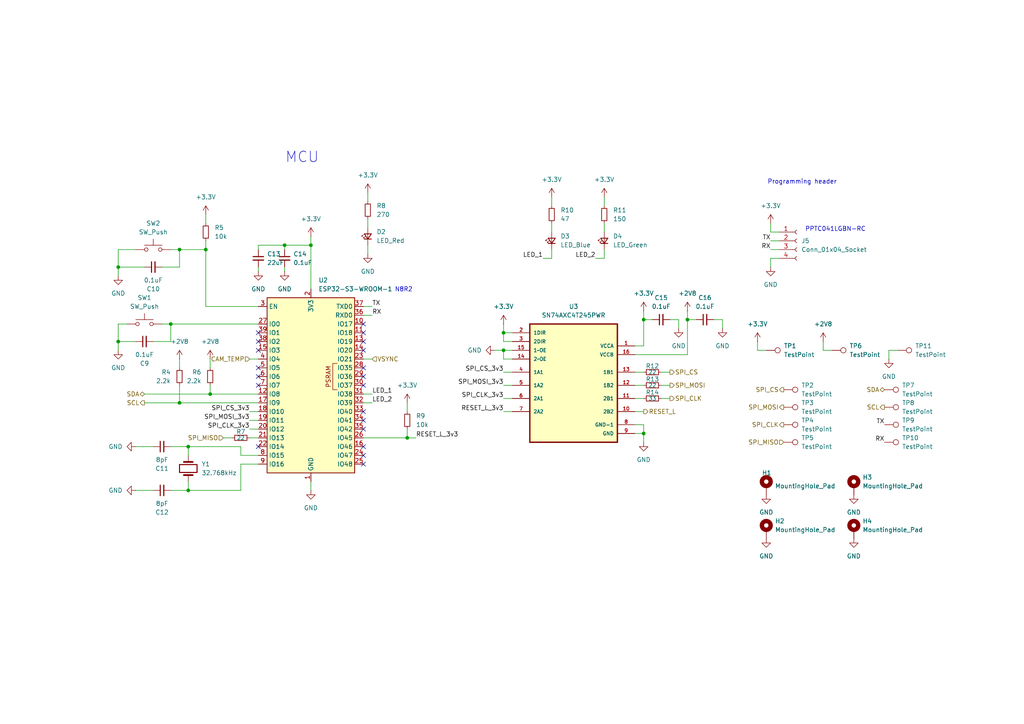
<source format=kicad_sch>
(kicad_sch (version 20231120) (generator "eeschema") (generator_version "8.0")
  (paper "A4")
  (lib_symbols
    (symbol "Connector:Conn_01x04_Socket" (pin_names (offset 1.016) hide)
      (property "Reference" "J" (at 0 5.08 0))
      (property "Value" "Conn_01x04_Socket" (at 0 -7.62 0))
      (symbol "Conn_01x04_Socket_1_1"
        (arc (start 0 -4.572) (mid -0.5058 -5.08) (end 0 -5.588) (stroke (width 0.1524)))
        (arc (start 0 -2.032) (mid -0.5058 -2.54) (end 0 -3.048) (stroke (width 0.1524)))
        (polyline (pts (xy -1.27 -5.08) (xy -0.508 -5.08)) (stroke (width 0.1524)))
        (polyline (pts (xy -1.27 -2.54) (xy -0.508 -2.54)) (stroke (width 0.1524)))
        (polyline (pts (xy -1.27 0) (xy -0.508 0)) (stroke (width 0.1524)))
        (polyline (pts (xy -1.27 2.54) (xy -0.508 2.54)) (stroke (width 0.1524)))
        (arc (start 0 0.508) (mid -0.5058 0) (end 0 -0.508) (stroke (width 0.1524)))
        (arc (start 0 3.048) (mid -0.5058 2.54) (end 0 2.032) (stroke (width 0.1524)))
        (pin passive line (at -5.08 2.54 0) (length 3.81) (name "Pin_1") (number "1"))
        (pin passive line (at -5.08 0 0) (length 3.81) (name "Pin_2") (number "2"))
        (pin passive line (at -5.08 -2.54 0) (length 3.81) (name "Pin_3") (number "3"))
        (pin passive line (at -5.08 -5.08 0) (length 3.81) (name "Pin_4") (number "4"))
      )
    )
    (symbol "Connector:TestPoint" (pin_numbers hide) (pin_names (offset 0.762) hide)
      (property "Reference" "TP" (at 0 6.858 0))
      (property "Value" "TestPoint" (at 0 5.08 0))
      (symbol "TestPoint_0_1"
        (circle (center 0 3.302) (radius 0.762))
      )
      (symbol "TestPoint_1_1"
        (pin passive line (at 0 0 90) (length 2.54) (name "1") (number "1"))
      )
    )
    (symbol "Device:C_Small" (pin_numbers hide) (pin_names (offset 0.254) hide)
      (property "Reference" "C" (at 0.254 1.778 0))
      (property "Value" "C_Small" (at 0.254 -2.032 0))
      (symbol "C_Small_0_1"
        (polyline (pts (xy -1.524 -0.508) (xy 1.524 -0.508)) (stroke (width 0.3302)))
        (polyline (pts (xy -1.524 0.508) (xy 1.524 0.508)) (stroke (width 0.3048)))
      )
      (symbol "C_Small_1_1"
        (pin passive line (at 0 2.54 270) (length 2.032) (name "~") (number "1"))
        (pin passive line (at 0 -2.54 90) (length 2.032) (name "~") (number "2"))
      )
    )
    (symbol "Device:Crystal" (pin_numbers hide) (pin_names (offset 1.016) hide)
      (property "Reference" "Y" (at 0 3.81 0))
      (property "Value" "Crystal" (at 0 -3.81 0))
      (symbol "Crystal_0_1"
        (rectangle (start -1.143 2.54) (end 1.143 -2.54) (stroke (width 0.3048)))
        (polyline (pts (xy -2.54 0) (xy -1.905 0)))
        (polyline (pts (xy -1.905 -1.27) (xy -1.905 1.27)) (stroke (width 0.508)))
        (polyline (pts (xy 1.905 -1.27) (xy 1.905 1.27)) (stroke (width 0.508)))
        (polyline (pts (xy 2.54 0) (xy 1.905 0)))
      )
      (symbol "Crystal_1_1"
        (pin passive line (at -3.81 0 0) (length 1.27) (name "1") (number "1"))
        (pin passive line (at 3.81 0 180) (length 1.27) (name "2") (number "2"))
      )
    )
    (symbol "Device:LED_Small" (pin_numbers hide) (pin_names (offset 0.254) hide)
      (property "Reference" "D" (at -1.27 3.175 0))
      (property "Value" "LED_Small" (at -4.445 -2.54 0))
      (symbol "LED_Small_0_1"
        (polyline (pts (xy -0.762 -1.016) (xy -0.762 1.016)) (stroke (width 0.254)))
        (polyline (pts (xy 1.016 0) (xy -0.762 0)))
        (polyline (pts (xy 0.762 -1.016) (xy -0.762 0) (xy 0.762 1.016) (xy 0.762 -1.016)) (stroke (width 0.254)))
        (polyline (pts (xy 0 0.762) (xy -0.508 1.27) (xy -0.254 1.27) (xy -0.508 1.27) (xy -0.508 1.016)))
        (polyline (pts (xy 0.508 1.27) (xy 0 1.778) (xy 0.254 1.778) (xy 0 1.778) (xy 0 1.524)))
      )
      (symbol "LED_Small_1_1"
        (pin passive line (at -2.54 0 0) (length 1.778) (name "K") (number "1"))
        (pin passive line (at 2.54 0 180) (length 1.778) (name "A") (number "2"))
      )
    )
    (symbol "Device:R_Small" (pin_numbers hide) (pin_names (offset 0.254) hide)
      (property "Reference" "R" (at 0.762 0.508 0))
      (property "Value" "R_Small" (at 0.762 -1.016 0))
      (symbol "R_Small_0_1"
        (rectangle (start -0.762 1.778) (end 0.762 -1.778) (stroke (width 0.2032)))
      )
      (symbol "R_Small_1_1"
        (pin passive line (at 0 2.54 270) (length 0.762) (name "~") (number "1"))
        (pin passive line (at 0 -2.54 90) (length 0.762) (name "~") (number "2"))
      )
    )
    (symbol "Mechanical:MountingHole_Pad" (pin_numbers hide) (pin_names (offset 1.016) hide) (exclude_from_sim yes) (in_bom no)
      (property "Reference" "H" (at 0 6.35 0))
      (property "Value" "MountingHole_Pad" (at 0 4.445 0))
      (symbol "MountingHole_Pad_0_1"
        (circle (center 0 1.27) (radius 1.27) (stroke (width 1.27)))
      )
      (symbol "MountingHole_Pad_1_1"
        (pin input line (at 0 -2.54 90) (length 2.54) (name "1") (number "1"))
      )
    )
    (symbol "RF_Module:ESP32-S3-WROOM-1"
      (property "Reference" "U" (at -12.7 26.67 0))
      (property "Value" "ESP32-S3-WROOM-1" (at 12.7 26.67 0))
      (symbol "ESP32-S3-WROOM-1_0_0"
        (rectangle (start -12.7 25.4) (end 12.7 -25.4) (stroke (width 0.254)) (fill (type background)))
        (text "PSRAM" (at 5.08 2.54 900) (effects (font (size 1.27 1.27))))
      )
      (symbol "ESP32-S3-WROOM-1_0_1"
        (polyline (pts (xy 7.62 -1.27) (xy 6.35 -1.27) (xy 6.35 6.35) (xy 7.62 6.35)))
      )
      (symbol "ESP32-S3-WROOM-1_1_1"
        (pin power_in line (at 0 -27.94 90) (length 2.54) (name "GND") (number "1"))
        (pin bidirectional line (at 15.24 17.78 180) (length 2.54) (name "IO17") (number "10"))
        (pin bidirectional line (at 15.24 15.24 180) (length 2.54) (name "IO18") (number "11"))
        (pin bidirectional line (at -15.24 -2.54 0) (length 2.54) (name "IO8") (number "12"))
        (pin bidirectional line (at 15.24 12.7 180) (length 2.54) (name "IO19") (number "13"))
        (pin bidirectional line (at 15.24 10.16 180) (length 2.54) (name "IO20") (number "14"))
        (pin bidirectional line (at -15.24 10.16 0) (length 2.54) (name "IO3") (number "15"))
        (pin bidirectional line (at 15.24 -17.78 180) (length 2.54) (name "IO46") (number "16"))
        (pin bidirectional line (at -15.24 -5.08 0) (length 2.54) (name "IO9") (number "17"))
        (pin bidirectional line (at -15.24 -7.62 0) (length 2.54) (name "IO10") (number "18"))
        (pin bidirectional line (at -15.24 -10.16 0) (length 2.54) (name "IO11") (number "19"))
        (pin power_in line (at 0 27.94 270) (length 2.54) (name "3V3") (number "2"))
        (pin bidirectional line (at -15.24 -12.7 0) (length 2.54) (name "IO12") (number "20"))
        (pin bidirectional line (at -15.24 -15.24 0) (length 2.54) (name "IO13") (number "21"))
        (pin bidirectional line (at -15.24 -17.78 0) (length 2.54) (name "IO14") (number "22"))
        (pin bidirectional line (at 15.24 7.62 180) (length 2.54) (name "IO21") (number "23"))
        (pin bidirectional line (at 15.24 -20.32 180) (length 2.54) (name "IO47") (number "24"))
        (pin bidirectional line (at 15.24 -22.86 180) (length 2.54) (name "IO48") (number "25"))
        (pin bidirectional line (at 15.24 -15.24 180) (length 2.54) (name "IO45") (number "26"))
        (pin bidirectional line (at -15.24 17.78 0) (length 2.54) (name "IO0") (number "27"))
        (pin bidirectional line (at 15.24 5.08 180) (length 2.54) (name "IO35") (number "28"))
        (pin bidirectional line (at 15.24 2.54 180) (length 2.54) (name "IO36") (number "29"))
        (pin input line (at -15.24 22.86 0) (length 2.54) (name "EN") (number "3"))
        (pin bidirectional line (at 15.24 0 180) (length 2.54) (name "IO37") (number "30"))
        (pin bidirectional line (at 15.24 -2.54 180) (length 2.54) (name "IO38") (number "31"))
        (pin bidirectional line (at 15.24 -5.08 180) (length 2.54) (name "IO39") (number "32"))
        (pin bidirectional line (at 15.24 -7.62 180) (length 2.54) (name "IO40") (number "33"))
        (pin bidirectional line (at 15.24 -10.16 180) (length 2.54) (name "IO41") (number "34"))
        (pin bidirectional line (at 15.24 -12.7 180) (length 2.54) (name "IO42") (number "35"))
        (pin bidirectional line (at 15.24 20.32 180) (length 2.54) (name "RXD0") (number "36"))
        (pin bidirectional line (at 15.24 22.86 180) (length 2.54) (name "TXD0") (number "37"))
        (pin bidirectional line (at -15.24 12.7 0) (length 2.54) (name "IO2") (number "38"))
        (pin bidirectional line (at -15.24 15.24 0) (length 2.54) (name "IO1") (number "39"))
        (pin bidirectional line (at -15.24 7.62 0) (length 2.54) (name "IO4") (number "4"))
        (pin passive line (at 0 -27.94 90) (length 2.54) hide (name "GND") (number "40"))
        (pin passive line (at 0 -27.94 90) (length 2.54) hide (name "GND") (number "41"))
        (pin bidirectional line (at -15.24 5.08 0) (length 2.54) (name "IO5") (number "5"))
        (pin bidirectional line (at -15.24 2.54 0) (length 2.54) (name "IO6") (number "6"))
        (pin bidirectional line (at -15.24 0 0) (length 2.54) (name "IO7") (number "7"))
        (pin bidirectional line (at -15.24 -20.32 0) (length 2.54) (name "IO15") (number "8"))
        (pin bidirectional line (at -15.24 -22.86 0) (length 2.54) (name "IO16") (number "9"))
      )
    )
    (symbol "SN74AXC4T245PWR:SN74AXC4T245PWR" (pin_names (offset 1.016))
      (property "Reference" "U3" (at 0 21.59 0))
      (property "Value" "SN74AXC4T245PWR" (at 0 19.05 0))
      (symbol "SN74AXC4T245PWR_0_0"
        (rectangle (start -12.7 16.51) (end 12.7 -17.78) (stroke (width 0.41)) (fill (type background)))
        (pin power_in line (at 17.78 10.16 180) (length 5.08) (name "VCCA") (number "1"))
        (pin bidirectional line (at 17.78 -8.89 180) (length 5.08) (name "2B2") (number "10"))
        (pin bidirectional line (at 17.78 -5.08 180) (length 5.08) (name "2B1") (number "11"))
        (pin bidirectional line (at 17.78 -1.27 180) (length 5.08) (name "1B2") (number "12"))
        (pin bidirectional line (at 17.78 2.54 180) (length 5.08) (name "1B1") (number "13"))
        (pin input line (at -17.78 6.35 0) (length 5.08) (name "2~OE") (number "14"))
        (pin input line (at -17.78 8.89 0) (length 5.08) (name "1~OE") (number "15"))
        (pin power_in line (at 17.78 7.62 180) (length 5.08) (name "VCCB") (number "16"))
        (pin input line (at -17.78 13.97 0) (length 5.08) (name "1DIR") (number "2"))
        (pin input line (at -17.78 11.43 0) (length 5.08) (name "2DIR") (number "3"))
        (pin bidirectional line (at -17.78 2.54 0) (length 5.08) (name "1A1") (number "4"))
        (pin bidirectional line (at -17.78 -1.27 0) (length 5.08) (name "1A2") (number "5"))
        (pin bidirectional line (at -17.78 -5.08 0) (length 5.08) (name "2A1") (number "6"))
        (pin bidirectional line (at -17.78 -8.89 0) (length 5.08) (name "2A2") (number "7"))
        (pin power_in line (at 17.78 -12.7 180) (length 5.08) (name "GND-1") (number "8"))
        (pin power_in line (at 17.78 -15.24 180) (length 5.08) (name "GND") (number "9"))
      )
    )
    (symbol "Switch:SW_Push" (pin_numbers hide) (pin_names (offset 1.016) hide)
      (property "Reference" "SW" (at 1.27 2.54 0))
      (property "Value" "SW_Push" (at 0 -1.524 0))
      (symbol "SW_Push_0_1"
        (circle (center -2.032 0) (radius 0.508))
        (polyline (pts (xy 0 1.27) (xy 0 3.048)))
        (polyline (pts (xy 2.54 1.27) (xy -2.54 1.27)))
        (circle (center 2.032 0) (radius 0.508))
        (pin passive line (at -5.08 0 0) (length 2.54) (name "1") (number "1"))
        (pin passive line (at 5.08 0 180) (length 2.54) (name "2") (number "2"))
      )
    )
    (symbol "power:+2V8" (power) (pin_numbers hide) (pin_names (offset 0) hide)
      (property "Value" "+2V8" (at 0 3.556 0))
      (symbol "+2V8_0_1"
        (polyline (pts (xy -0.762 1.27) (xy 0 2.54)))
        (polyline (pts (xy 0 0) (xy 0 2.54)))
        (polyline (pts (xy 0 2.54) (xy 0.762 1.27)))
      )
      (symbol "+2V8_1_1"
        (pin power_in line (at 0 0 90) (length 0) (name "~") (number "1"))
      )
    )
    (symbol "power:+3.3V" (power) (pin_numbers hide) (pin_names (offset 0) hide)
      (property "Value" "+3.3V" (at 0 3.556 0))
      (symbol "+3.3V_0_1"
        (polyline (pts (xy -0.762 1.27) (xy 0 2.54)))
        (polyline (pts (xy 0 0) (xy 0 2.54)))
        (polyline (pts (xy 0 2.54) (xy 0.762 1.27)))
      )
      (symbol "+3.3V_1_1"
        (pin power_in line (at 0 0 90) (length 0) (name "~") (number "1"))
      )
    )
    (symbol "power:GND" (power) (pin_numbers hide) (pin_names (offset 0) hide)
      (property "Value" "GND" (at 0 -3.81 0))
      (symbol "GND_0_1"
        (polyline (pts (xy 0 0) (xy 0 -1.27) (xy 1.27 -1.27) (xy 0 -2.54) (xy -1.27 -1.27) (xy 0 -1.27)))
      )
      (symbol "GND_1_1"
        (pin power_in line (at 0 0 270) (length 0) (name "~") (number "1"))
      )
    )
  )
  (junction (at 34.29 77.47))
  (junction (at 60.96 114.3))
  (junction (at 90.17 71.12))
  (junction (at 199.39 92.71))
  (junction (at 59.69 72.39))
  (junction (at 118.11 127))
  (junction (at 52.07 72.39))
  (junction (at 54.61 129.54))
  (junction (at 52.07 116.84))
  (junction (at 186.69 92.71))
  (junction (at 186.69 125.73))
  (junction (at 54.61 142.24))
  (junction (at 146.05 101.6))
  (junction (at 82.55 71.12))
  (junction (at 49.53 93.98))
  (junction (at 34.29 99.06))
  (junction (at 146.05 96.52))
  (no_connect (at 74.93 96.52))
  (no_connect (at 105.41 96.52))
  (no_connect (at 105.41 111.76))
  (no_connect (at 74.93 99.06))
  (no_connect (at 74.93 101.6))
  (no_connect (at 105.41 101.6))
  (no_connect (at 105.41 106.68))
  (no_connect (at 74.93 111.76))
  (no_connect (at 74.93 129.54))
  (no_connect (at 105.41 109.22))
  (no_connect (at 74.93 109.22))
  (no_connect (at 105.41 129.54))
  (no_connect (at 105.41 121.92))
  (no_connect (at 105.41 132.08))
  (no_connect (at 74.93 106.68))
  (no_connect (at 105.41 99.06))
  (no_connect (at 105.41 119.38))
  (no_connect (at 105.41 93.98))
  (no_connect (at 105.41 134.62))
  (no_connect (at 105.41 124.46))
  (wire (pts (xy 184.15 102.87) (xy 199.39 102.87)))
  (wire (pts (xy 160.02 57.15) (xy 160.02 59.69)))
  (wire (pts (xy 219.71 99.06) (xy 219.71 101.6)))
  (wire (pts (xy 207.01 92.71) (xy 209.55 92.71)))
  (wire (pts (xy 69.85 134.62) (xy 69.85 142.24)))
  (wire (pts (xy 241.3 101.6) (xy 238.76 101.6)))
  (wire (pts (xy 54.61 132.08) (xy 54.61 129.54)))
  (wire (pts (xy 189.23 92.71) (xy 186.69 92.71)))
  (wire (pts (xy 106.68 63.5) (xy 106.68 66.04)))
  (wire (pts (xy 160.02 64.77) (xy 160.02 67.31)))
  (wire (pts (xy 118.11 116.84) (xy 118.11 119.38)))
  (wire (pts (xy 46.99 93.98) (xy 49.53 93.98)))
  (wire (pts (xy 60.96 114.3) (xy 41.91 114.3)))
  (wire (pts (xy 52.07 116.84) (xy 74.93 116.84)))
  (wire (pts (xy 146.05 111.76) (xy 148.59 111.76)))
  (wire (pts (xy 52.07 72.39) (xy 52.07 77.47)))
  (wire (pts (xy 52.07 72.39) (xy 59.69 72.39)))
  (wire (pts (xy 34.29 99.06) (xy 34.29 101.6)))
  (wire (pts (xy 44.45 99.06) (xy 49.53 99.06)))
  (wire (pts (xy 157.48 74.93) (xy 160.02 74.93)))
  (wire (pts (xy 54.61 129.54) (xy 69.85 129.54)))
  (wire (pts (xy 106.68 55.88) (xy 106.68 58.42)))
  (wire (pts (xy 146.05 93.98) (xy 146.05 96.52)))
  (wire (pts (xy 90.17 68.58) (xy 90.17 71.12)))
  (wire (pts (xy 194.31 92.71) (xy 196.85 92.71)))
  (wire (pts (xy 34.29 93.98) (xy 34.29 99.06)))
  (wire (pts (xy 186.69 125.73) (xy 186.69 128.27)))
  (wire (pts (xy 184.15 115.57) (xy 186.69 115.57)))
  (wire (pts (xy 106.68 71.12) (xy 106.68 73.66)))
  (wire (pts (xy 49.53 93.98) (xy 74.93 93.98)))
  (wire (pts (xy 36.83 93.98) (xy 34.29 93.98)))
  (wire (pts (xy 199.39 90.17) (xy 199.39 92.71)))
  (wire (pts (xy 74.93 71.12) (xy 82.55 71.12)))
  (wire (pts (xy 199.39 92.71) (xy 201.93 92.71)))
  (wire (pts (xy 146.05 115.57) (xy 148.59 115.57)))
  (wire (pts (xy 191.77 107.95) (xy 194.31 107.95)))
  (wire (pts (xy 175.26 57.15) (xy 175.26 59.69)))
  (wire (pts (xy 223.52 72.39) (xy 226.06 72.39)))
  (wire (pts (xy 54.61 142.24) (xy 54.61 139.7)))
  (wire (pts (xy 143.51 101.6) (xy 146.05 101.6)))
  (wire (pts (xy 184.15 111.76) (xy 186.69 111.76)))
  (wire (pts (xy 72.39 119.38) (xy 74.93 119.38)))
  (wire (pts (xy 226.06 74.93) (xy 223.52 74.93)))
  (wire (pts (xy 72.39 121.92) (xy 74.93 121.92)))
  (wire (pts (xy 223.52 69.85) (xy 226.06 69.85)))
  (wire (pts (xy 105.41 127) (xy 118.11 127)))
  (wire (pts (xy 49.53 93.98) (xy 49.53 99.06)))
  (wire (pts (xy 175.26 64.77) (xy 175.26 67.31)))
  (wire (pts (xy 105.41 91.44) (xy 107.95 91.44)))
  (wire (pts (xy 199.39 92.71) (xy 199.39 102.87)))
  (wire (pts (xy 59.69 69.85) (xy 59.69 72.39)))
  (wire (pts (xy 209.55 92.71) (xy 209.55 95.25)))
  (wire (pts (xy 69.85 142.24) (xy 54.61 142.24)))
  (wire (pts (xy 148.59 96.52) (xy 146.05 96.52)))
  (wire (pts (xy 39.37 142.24) (xy 44.45 142.24)))
  (wire (pts (xy 186.69 90.17) (xy 186.69 92.71)))
  (wire (pts (xy 82.55 71.12) (xy 82.55 72.39)))
  (wire (pts (xy 186.69 123.19) (xy 186.69 125.73)))
  (wire (pts (xy 69.85 134.62) (xy 74.93 134.62)))
  (wire (pts (xy 52.07 116.84) (xy 41.91 116.84)))
  (wire (pts (xy 90.17 71.12) (xy 90.17 83.82)))
  (wire (pts (xy 60.96 114.3) (xy 74.93 114.3)))
  (wire (pts (xy 146.05 107.95) (xy 148.59 107.95)))
  (wire (pts (xy 52.07 111.76) (xy 52.07 116.84)))
  (wire (pts (xy 186.69 92.71) (xy 186.69 100.33)))
  (wire (pts (xy 52.07 104.14) (xy 52.07 106.68)))
  (wire (pts (xy 105.41 116.84) (xy 107.95 116.84)))
  (wire (pts (xy 82.55 77.47) (xy 82.55 78.74)))
  (wire (pts (xy 46.99 77.47) (xy 52.07 77.47)))
  (wire (pts (xy 184.15 107.95) (xy 186.69 107.95)))
  (wire (pts (xy 34.29 72.39) (xy 34.29 77.47)))
  (wire (pts (xy 74.93 77.47) (xy 74.93 78.74)))
  (wire (pts (xy 118.11 124.46) (xy 118.11 127)))
  (wire (pts (xy 34.29 77.47) (xy 34.29 80.01)))
  (wire (pts (xy 160.02 72.39) (xy 160.02 74.93)))
  (wire (pts (xy 59.69 62.23) (xy 59.69 64.77)))
  (wire (pts (xy 105.41 114.3) (xy 107.95 114.3)))
  (wire (pts (xy 41.91 77.47) (xy 34.29 77.47)))
  (wire (pts (xy 72.39 127) (xy 74.93 127)))
  (wire (pts (xy 82.55 71.12) (xy 90.17 71.12)))
  (wire (pts (xy 175.26 72.39) (xy 175.26 74.93)))
  (wire (pts (xy 60.96 111.76) (xy 60.96 114.3)))
  (wire (pts (xy 72.39 124.46) (xy 74.93 124.46)))
  (wire (pts (xy 69.85 129.54) (xy 69.85 132.08)))
  (wire (pts (xy 39.37 72.39) (xy 34.29 72.39)))
  (wire (pts (xy 191.77 115.57) (xy 194.31 115.57)))
  (wire (pts (xy 196.85 92.71) (xy 196.85 95.25)))
  (wire (pts (xy 186.69 119.38) (xy 184.15 119.38)))
  (wire (pts (xy 69.85 132.08) (xy 74.93 132.08)))
  (wire (pts (xy 238.76 99.06) (xy 238.76 101.6)))
  (wire (pts (xy 118.11 127) (xy 120.65 127)))
  (wire (pts (xy 148.59 101.6) (xy 146.05 101.6)))
  (wire (pts (xy 146.05 119.38) (xy 148.59 119.38)))
  (wire (pts (xy 105.41 88.9) (xy 107.95 88.9)))
  (wire (pts (xy 226.06 67.31) (xy 223.52 67.31)))
  (wire (pts (xy 90.17 139.7) (xy 90.17 142.24)))
  (wire (pts (xy 49.53 142.24) (xy 54.61 142.24)))
  (wire (pts (xy 186.69 100.33) (xy 184.15 100.33)))
  (wire (pts (xy 222.25 101.6) (xy 219.71 101.6)))
  (wire (pts (xy 59.69 72.39) (xy 59.69 88.9)))
  (wire (pts (xy 146.05 104.14) (xy 148.59 104.14)))
  (wire (pts (xy 105.41 104.14) (xy 107.95 104.14)))
  (wire (pts (xy 184.15 123.19) (xy 186.69 123.19)))
  (wire (pts (xy 59.69 88.9) (xy 74.93 88.9)))
  (wire (pts (xy 39.37 99.06) (xy 34.29 99.06)))
  (wire (pts (xy 191.77 111.76) (xy 194.31 111.76)))
  (wire (pts (xy 146.05 96.52) (xy 146.05 99.06)))
  (wire (pts (xy 74.93 71.12) (xy 74.93 72.39)))
  (wire (pts (xy 184.15 125.73) (xy 186.69 125.73)))
  (wire (pts (xy 74.93 104.14) (xy 72.39 104.14)))
  (wire (pts (xy 223.52 64.77) (xy 223.52 67.31)))
  (wire (pts (xy 49.53 129.54) (xy 54.61 129.54)))
  (wire (pts (xy 223.52 74.93) (xy 223.52 77.47)))
  (wire (pts (xy 146.05 101.6) (xy 146.05 104.14)))
  (wire (pts (xy 257.81 101.6) (xy 257.81 104.14)))
  (wire (pts (xy 146.05 99.06) (xy 148.59 99.06)))
  (wire (pts (xy 64.77 127) (xy 67.31 127)))
  (wire (pts (xy 260.35 101.6) (xy 257.81 101.6)))
  (wire (pts (xy 49.53 72.39) (xy 52.07 72.39)))
  (wire (pts (xy 60.96 104.14) (xy 60.96 106.68)))
  (wire (pts (xy 172.72 74.93) (xy 175.26 74.93)))
  (wire (pts (xy 39.37 129.54) (xy 44.45 129.54)))
  (text "MCU" (at 87.63 45.72 0) (effects (font (size 3.048 3.048))))
  (text "N8R2\n\n" (at 117.094 85.09 0) (effects (font (size 1.27 1.27))))
  (text "PPTC041LGBN-RC" (at 242.316 66.548 0) (effects (font (size 1.27 1.27))))
  (text "Programming header" (at 232.664 52.832 0) (effects (font (size 1.27 1.27))))
  (label "SPI_MOSI_3v3" (at 72.39 121.92 180))
  (label "SPI_MOSI_3v3" (at 146.05 111.76 180))
  (label "LED_2" (at 107.95 116.84 0))
  (label "SPI_CS_3v3" (at 146.05 107.95 180))
  (label "TX" (at 107.95 88.9 0))
  (label "LED_1" (at 157.48 74.93 180))
  (label "SPI_CS_3v3" (at 72.39 119.38 180))
  (label "RX" (at 223.52 72.39 180))
  (label "LED_1" (at 107.95 114.3 0))
  (label "RESET_L_3v3" (at 146.05 119.38 180))
  (label "RX" (at 256.54 128.27 180))
  (label "RESET_L_3v3" (at 120.65 127 0))
  (label "RX" (at 107.95 91.44 0))
  (label "SPI_CLK_3v3" (at 146.05 115.57 180))
  (label "TX" (at 256.54 123.19 180))
  (label "LED_2" (at 172.72 74.93 180))
  (label "SPI_CLK_3v3" (at 72.39 124.46 180))
  (label "TX" (at 223.52 69.85 180))
  (hierarchical_label "SPI_CLK" (shape output) (at 227.33 123.19 180))
  (hierarchical_label "SPI_MOSI" (shape output) (at 227.33 118.11 180))
  (hierarchical_label "SPI_MISO" (shape input) (at 227.33 128.27 180))
  (hierarchical_label "SCL" (shape output) (at 41.91 116.84 180))
  (hierarchical_label "CAM_TEMP" (shape input) (at 72.39 104.14 180))
  (hierarchical_label "SPI_CS" (shape output) (at 227.33 113.03 180))
  (hierarchical_label "VSYNC" (shape input) (at 107.95 104.14 0))
  (hierarchical_label "SPI_MISO" (shape input) (at 64.77 127 180))
  (hierarchical_label "SPI_CS" (shape output) (at 194.31 107.95 0))
  (hierarchical_label "SDA" (shape bidirectional) (at 256.54 113.03 180))
  (hierarchical_label "SCL" (shape output) (at 256.54 118.11 180))
  (hierarchical_label "SPI_MOSI" (shape output) (at 194.31 111.76 0))
  (hierarchical_label "SPI_CLK" (shape output) (at 194.31 115.57 0))
  (hierarchical_label "RESET_L" (shape output) (at 186.69 119.38 0))
  (hierarchical_label "SDA" (shape bidirectional) (at 41.91 114.3 180))
  (symbol (lib_id "Switch:SW_Push") (at 44.45 72.39 0) (unit 1)
    (property "Reference" "SW2" (at 44.45 64.77 0))
    (property "Value" "SW_Push" (at 44.45 67.31 0))
    (property "Footprint" "Button_Switch_THT:SW_PUSH_6mm" (effects (hide yes)))
    (property "Description" "Push button switch, generic, two pins" (effects (hide yes)))
  )
  (symbol (lib_id "power:+3.3V") (at 106.68 55.88 0) (unit 1)
    (property "Reference" "#PWR030" (effects (hide yes)))
    (property "Value" "+3.3V" (at 106.68 50.8 0))
    (property "Description" "Power symbol creates a global label with name \"+3.3V\"" (effects (hide yes)))
  )
  (symbol (lib_id "Connector:TestPoint") (at 227.33 118.11 270) (unit 1)
    (property "Reference" "TP3" (at 232.41 116.8399 90) (effects (justify left)))
    (property "Value" "TestPoint" (at 232.41 119.3799 90) (effects (justify left)))
    (property "Description" "test point" (effects (hide yes)))
  )
  (symbol (lib_id "power:+3.3V") (at 186.69 90.17 0) (unit 1)
    (property "Reference" "#PWR037" (effects (hide yes)))
    (property "Value" "+3.3V" (at 186.69 85.09 0))
    (property "Description" "Power symbol creates a global label with name \"+3.3V\"" (effects (hide yes)))
  )
  (symbol (lib_id "power:GND") (at 106.68 73.66 0) (unit 1)
    (property "Reference" "#PWR031" (effects (hide yes)))
    (property "Value" "GND" (at 106.68 78.74 0))
    (property "Description" "Power symbol creates a global label with name \"GND\" , ground" (effects (hide yes)))
  )
  (symbol (lib_id "Connector:TestPoint") (at 227.33 128.27 270) (unit 1)
    (property "Reference" "TP5" (at 232.41 126.9999 90) (effects (justify left)))
    (property "Value" "TestPoint" (at 232.41 129.5399 90) (effects (justify left)))
    (property "Description" "test point" (effects (hide yes)))
  )
  (symbol (lib_id "Device:R_Small") (at 189.23 115.57 270) (mirror x) (unit 1)
    (property "Reference" "R14" (at 189.23 113.792 90))
    (property "Value" "33" (at 189.23 115.57 90) (effects (font (size 1.1176 1.1176))))
    (property "Footprint" "Resistor_SMD:R_0805_2012Metric_Pad1.20x1.40mm_HandSolder" (effects (hide yes)))
    (property "Description" "Resistor, small symbol" (effects (hide yes)))
  )
  (symbol (lib_id "power:+3.3V") (at 175.26 57.15 0) (unit 1)
    (property "Reference" "#PWR036" (effects (hide yes)))
    (property "Value" "+3.3V" (at 175.26 52.07 0))
    (property "Description" "Power symbol creates a global label with name \"+3.3V\"" (effects (hide yes)))
  )
  (symbol (lib_id "power:GND") (at 186.69 128.27 0) (unit 1)
    (property "Reference" "#PWR038" (effects (hide yes)))
    (property "Value" "GND" (at 186.69 133.35 0))
    (property "Description" "Power symbol creates a global label with name \"GND\" , ground" (effects (hide yes)))
  )
  (symbol (lib_id "power:GND") (at 196.85 95.25 0) (unit 1)
    (property "Reference" "#PWR039" (effects (hide yes)))
    (property "Value" "GND" (at 196.85 100.33 0))
    (property "Description" "Power symbol creates a global label with name \"GND\" , ground" (effects (hide yes)))
  )
  (symbol (lib_id "power:GND") (at 247.65 143.51 0) (unit 1)
    (property "Reference" "#PWR048" (effects (hide yes)))
    (property "Value" "GND" (at 247.65 148.59 0))
    (property "Description" "Power symbol creates a global label with name \"GND\" , ground" (effects (hide yes)))
  )
  (symbol (lib_id "Mechanical:MountingHole_Pad") (at 222.25 153.67 0) (unit 1) (exclude_from_sim yes) (in_bom no)
    (property "Reference" "H2" (at 224.79 151.1299 0) (effects (justify left)))
    (property "Value" "MountingHole_Pad" (at 224.79 153.6699 0) (effects (justify left)))
    (property "Footprint" "MountingHole:MountingHole_3.2mm_M3_DIN965_Pad" (effects (hide yes)))
    (property "Description" "Mounting Hole with connection" (effects (hide yes)))
  )
  (symbol (lib_id "Device:C_Small") (at 44.45 77.47 90) (mirror x) (unit 1)
    (property "Reference" "C10" (at 44.4563 83.82 90))
    (property "Value" "0.1uF" (at 44.4563 81.28 90))
    (property "Footprint" "Capacitor_SMD:C_0805_2012Metric_Pad1.18x1.45mm_HandSolder" (effects (hide yes)))
    (property "Description" "Unpolarized capacitor, small symbol" (effects (hide yes)))
  )
  (symbol (lib_id "power:GND") (at 34.29 101.6 0) (unit 1)
    (property "Reference" "#PWR020" (effects (hide yes)))
    (property "Value" "GND" (at 34.29 106.68 0))
    (property "Description" "Power symbol creates a global label with name \"GND\" , ground" (effects (hide yes)))
  )
  (symbol (lib_id "power:GND") (at 247.65 156.21 0) (unit 1)
    (property "Reference" "#PWR049" (effects (hide yes)))
    (property "Value" "GND" (at 247.65 161.29 0))
    (property "Description" "Power symbol creates a global label with name \"GND\" , ground" (effects (hide yes)))
  )
  (symbol (lib_id "power:+3.3V") (at 146.05 93.98 0) (unit 1)
    (property "Reference" "#PWR034" (effects (hide yes)))
    (property "Value" "+3.3V" (at 146.05 88.9 0))
    (property "Description" "Power symbol creates a global label with name \"+3.3V\"" (effects (hide yes)))
  )
  (symbol (lib_id "Device:R_Small") (at 60.96 109.22 0) (mirror y) (unit 1)
    (property "Reference" "R6" (at 58.42 107.9499 0) (effects (justify left)))
    (property "Value" "2.2k" (at 58.42 110.4899 0) (effects (justify left)))
    (property "Footprint" "Resistor_SMD:R_0805_2012Metric_Pad1.20x1.40mm_HandSolder" (effects (hide yes)))
    (property "Description" "Resistor, small symbol" (effects (hide yes)))
  )
  (symbol (lib_id "Connector:TestPoint") (at 222.25 101.6 270) (unit 1)
    (property "Reference" "TP1" (at 227.33 100.3299 90) (effects (justify left)))
    (property "Value" "TestPoint" (at 227.33 102.8699 90) (effects (justify left)))
    (property "Description" "test point" (effects (hide yes)))
  )
  (symbol (lib_id "Device:LED_Small") (at 106.68 68.58 90) (unit 1)
    (property "Reference" "D2" (at 109.22 67.2464 90) (effects (justify right)))
    (property "Value" "LED_Red" (at 109.22 69.7864 90) (effects (justify right)))
    (property "Footprint" "LED_SMD:LED_0805_2012Metric_Pad1.15x1.40mm_HandSolder" (effects (hide yes)))
    (property "Description" "Light emitting diode, small symbol" (effects (hide yes)))
  )
  (symbol (lib_id "power:+2V8") (at 238.76 99.06 0) (unit 1)
    (property "Reference" "#PWR047" (effects (hide yes)))
    (property "Value" "+2V8" (at 238.76 93.98 0))
    (property "Description" "Power symbol creates a global label with name \"+2V8\"" (effects (hide yes)))
  )
  (symbol (lib_id "RF_Module:ESP32-S3-WROOM-1") (at 90.17 111.76 0) (unit 1)
    (property "Reference" "U2" (at 92.3641 81.28 0) (effects (justify left)))
    (property "Value" "ESP32-S3-WROOM-1" (at 92.3641 83.82 0) (effects (justify left)))
    (property "Footprint" "RF_Module:ESP32-S3-WROOM-1" (effects (hide yes)))
    (property "Datasheet" "https://www.espressif.com/sites/default/files/documentation/esp32-s3-wroom-1_wroom-1u_datasheet_en.pdf" (effects (hide yes)))
    (property "Description" "RF Module, ESP32-S3 SoC, Wi-Fi 802.11b/g/n, Bluetooth, BLE, 32-bit, 3.3V, onboard antenna, SMD" (effects (hide yes)))
  )
  (symbol (lib_id "Device:R_Small") (at 52.07 109.22 0) (mirror y) (unit 1)
    (property "Reference" "R4" (at 49.53 107.9499 0) (effects (justify left)))
    (property "Value" "2.2k" (at 49.53 110.4899 0) (effects (justify left)))
    (property "Footprint" "Resistor_SMD:R_0805_2012Metric_Pad1.20x1.40mm_HandSolder" (effects (hide yes)))
    (property "Description" "Resistor, small symbol" (effects (hide yes)))
  )
  (symbol (lib_id "Connector:Conn_01x04_Socket") (at 231.14 69.85 0) (unit 1)
    (property "Reference" "J5" (at 232.41 69.8499 0) (effects (justify left)))
    (property "Value" "Conn_01x04_Socket" (at 232.41 72.3899 0) (effects (justify left)))
    (property "Footprint" "Connector_PinSocket_2.54mm:PinSocket_1x04_P2.54mm_Vertical" (effects (hide yes)))
    (property "Description" "Generic connector, single row, 01x04, script generated" (effects (hide yes)))
  )
  (symbol (lib_id "Device:C_Small") (at 204.47 92.71 90) (unit 1)
    (property "Reference" "C16" (at 204.4763 86.36 90))
    (property "Value" "0.1uF" (at 204.4763 88.9 90))
    (property "Footprint" "Capacitor_SMD:C_0805_2012Metric_Pad1.18x1.45mm_HandSolder" (effects (hide yes)))
    (property "Description" "Unpolarized capacitor, small symbol" (effects (hide yes)))
  )
  (symbol (lib_id "power:GND") (at 39.37 129.54 270) (unit 1)
    (property "Reference" "#PWR021" (effects (hide yes)))
    (property "Value" "GND" (at 35.56 129.5399 90) (effects (justify right)))
    (property "Description" "Power symbol creates a global label with name \"GND\" , ground" (effects (hide yes)))
  )
  (symbol (lib_id "Connector:TestPoint") (at 256.54 128.27 270) (unit 1)
    (property "Reference" "TP10" (at 261.62 126.9999 90) (effects (justify left)))
    (property "Value" "TestPoint" (at 261.62 129.5399 90) (effects (justify left)))
    (property "Description" "test point" (effects (hide yes)))
  )
  (symbol (lib_id "Device:C_Small") (at 46.99 129.54 90) (mirror x) (unit 1)
    (property "Reference" "C11" (at 46.9963 135.89 90))
    (property "Value" "8pF" (at 46.9963 133.35 90))
    (property "Footprint" "Capacitor_SMD:C_0805_2012Metric_Pad1.18x1.45mm_HandSolder" (effects (hide yes)))
    (property "Description" "Unpolarized capacitor, small symbol" (effects (hide yes)))
  )
  (symbol (lib_id "Device:C_Small") (at 191.77 92.71 90) (unit 1)
    (property "Reference" "C15" (at 191.7763 86.36 90))
    (property "Value" "0.1uF" (at 191.7763 88.9 90))
    (property "Footprint" "Capacitor_SMD:C_0805_2012Metric_Pad1.18x1.45mm_HandSolder" (effects (hide yes)))
    (property "Description" "Unpolarized capacitor, small symbol" (effects (hide yes)))
  )
  (symbol (lib_id "power:GND") (at 34.29 80.01 0) (unit 1)
    (property "Reference" "#PWR019" (effects (hide yes)))
    (property "Value" "GND" (at 34.29 85.09 0))
    (property "Description" "Power symbol creates a global label with name \"GND\" , ground" (effects (hide yes)))
  )
  (symbol (lib_id "Mechanical:MountingHole_Pad") (at 222.25 140.97 0) (unit 1) (exclude_from_sim yes) (in_bom no)
    (property "Reference" "H1" (at 220.98 137.1599 0) (effects (justify left)))
    (property "Value" "MountingHole_Pad" (at 224.79 140.9699 0) (effects (justify left)))
    (property "Footprint" "MountingHole:MountingHole_3.2mm_M3_DIN965_Pad" (effects (hide yes)))
    (property "Description" "Mounting Hole with connection" (effects (hide yes)))
  )
  (symbol (lib_id "Switch:SW_Push") (at 41.91 93.98 0) (unit 1)
    (property "Reference" "SW1" (at 41.91 86.36 0))
    (property "Value" "SW_Push" (at 41.91 88.9 0))
    (property "Footprint" "Button_Switch_THT:SW_PUSH_6mm" (effects (hide yes)))
    (property "Description" "Push button switch, generic, two pins" (effects (hide yes)))
  )
  (symbol (lib_id "power:+3.3V") (at 219.71 99.06 0) (unit 1)
    (property "Reference" "#PWR042" (effects (hide yes)))
    (property "Value" "+3.3V" (at 219.71 93.98 0))
    (property "Description" "Power symbol creates a global label with name \"+3.3V\"" (effects (hide yes)))
  )
  (symbol (lib_id "Mechanical:MountingHole_Pad") (at 247.65 153.67 0) (unit 1) (exclude_from_sim yes) (in_bom no)
    (property "Reference" "H4" (at 250.19 151.1299 0) (effects (justify left)))
    (property "Value" "MountingHole_Pad" (at 250.19 153.6699 0) (effects (justify left)))
    (property "Footprint" "MountingHole:MountingHole_3.2mm_M3_DIN965_Pad" (effects (hide yes)))
    (property "Description" "Mounting Hole with connection" (effects (hide yes)))
  )
  (symbol (lib_id "Device:R_Small") (at 59.69 67.31 180) (unit 1)
    (property "Reference" "R5" (at 62.23 66.0399 0) (effects (justify right)))
    (property "Value" "10k" (at 62.23 68.5799 0) (effects (justify right)))
    (property "Footprint" "Resistor_SMD:R_0805_2012Metric_Pad1.20x1.40mm_HandSolder" (effects (hide yes)))
    (property "Description" "Resistor, small symbol" (effects (hide yes)))
  )
  (symbol (lib_id "power:GND") (at 74.93 78.74 0) (unit 1)
    (property "Reference" "#PWR026" (effects (hide yes)))
    (property "Value" "GND" (at 74.93 83.82 0))
    (property "Description" "Power symbol creates a global label with name \"GND\" , ground" (effects (hide yes)))
  )
  (symbol (lib_id "Device:C_Small") (at 46.99 142.24 90) (mirror x) (unit 1)
    (property "Reference" "C12" (at 46.9963 148.59 90))
    (property "Value" "8pF" (at 46.9963 146.05 90))
    (property "Footprint" "Capacitor_SMD:C_0805_2012Metric_Pad1.18x1.45mm_HandSolder" (effects (hide yes)))
    (property "Description" "Unpolarized capacitor, small symbol" (effects (hide yes)))
  )
  (symbol (lib_id "power:+2V8") (at 52.07 104.14 0) (unit 1)
    (property "Reference" "#PWR023" (effects (hide yes)))
    (property "Value" "+2V8" (at 52.07 99.06 0))
    (property "Description" "Power symbol creates a global label with name \"+2V8\"" (effects (hide yes)))
  )
  (symbol (lib_id "Connector:TestPoint") (at 256.54 113.03 270) (unit 1)
    (property "Reference" "TP7" (at 261.62 111.7599 90) (effects (justify left)))
    (property "Value" "TestPoint" (at 261.62 114.2999 90) (effects (justify left)))
    (property "Description" "test point" (effects (hide yes)))
  )
  (symbol (lib_id "Device:Crystal") (at 54.61 135.89 90) (unit 1)
    (property "Reference" "Y1" (at 58.42 134.6199 90) (effects (justify right)))
    (property "Value" "32.768kHz" (at 58.42 137.1599 90) (effects (justify right)))
    (property "Footprint" "footprints:XTAL_FC-135R_32.7680KA-AG0" (effects (hide yes)))
    (property "Description" "Two pin crystal" (effects (hide yes)))
  )
  (symbol (lib_id "Device:R_Small") (at 106.68 60.96 0) (mirror y) (unit 1)
    (property "Reference" "R8" (at 109.22 59.6899 0) (effects (justify right)))
    (property "Value" "270" (at 109.22 62.2299 0) (effects (justify right)))
    (property "Footprint" "Resistor_SMD:R_0805_2012Metric_Pad1.20x1.40mm_HandSolder" (effects (hide yes)))
    (property "Description" "Resistor, small symbol" (effects (hide yes)))
  )
  (symbol (lib_id "Connector:TestPoint") (at 260.35 101.6 270) (unit 1)
    (property "Reference" "TP11" (at 265.43 100.3299 90) (effects (justify left)))
    (property "Value" "TestPoint" (at 265.43 102.8699 90) (effects (justify left)))
    (property "Description" "test point" (effects (hide yes)))
  )
  (symbol (lib_id "Device:R_Small") (at 175.26 62.23 0) (mirror y) (unit 1)
    (property "Reference" "R11" (at 177.8 60.9599 0) (effects (justify right)))
    (property "Value" "150" (at 177.8 63.4999 0) (effects (justify right)))
    (property "Footprint" "Resistor_SMD:R_0805_2012Metric_Pad1.20x1.40mm_HandSolder" (effects (hide yes)))
    (property "Description" "Resistor, small symbol" (effects (hide yes)))
  )
  (symbol (lib_id "Device:C_Small") (at 41.91 99.06 90) (mirror x) (unit 1)
    (property "Reference" "C9" (at 41.9163 105.41 90))
    (property "Value" "0.1uF" (at 41.9163 102.87 90))
    (property "Footprint" "Capacitor_SMD:C_0805_2012Metric_Pad1.18x1.45mm_HandSolder" (effects (hide yes)))
    (property "Description" "Unpolarized capacitor, small symbol" (effects (hide yes)))
  )
  (symbol (lib_id "Connector:TestPoint") (at 256.54 123.19 270) (unit 1)
    (property "Reference" "TP9" (at 261.62 121.9199 90) (effects (justify left)))
    (property "Value" "TestPoint" (at 261.62 124.4599 90) (effects (justify left)))
    (property "Description" "test point" (effects (hide yes)))
  )
  (symbol (lib_id "power:GND") (at 209.55 95.25 0) (unit 1)
    (property "Reference" "#PWR041" (effects (hide yes)))
    (property "Value" "GND" (at 209.55 100.33 0))
    (property "Description" "Power symbol creates a global label with name \"GND\" , ground" (effects (hide yes)))
  )
  (symbol (lib_id "power:+3.3V") (at 160.02 57.15 0) (unit 1)
    (property "Reference" "#PWR035" (effects (hide yes)))
    (property "Value" "+3.3V" (at 160.02 52.07 0))
    (property "Description" "Power symbol creates a global label with name \"+3.3V\"" (effects (hide yes)))
  )
  (symbol (lib_id "Device:C_Small") (at 74.93 74.93 0) (unit 1)
    (property "Reference" "C13" (at 77.47 73.6662 0) (effects (justify left)))
    (property "Value" "22uF" (at 77.47 76.2062 0) (effects (justify left)))
    (property "Footprint" "Capacitor_SMD:C_1206_3216Metric_Pad1.33x1.80mm_HandSolder" (effects (hide yes)))
    (property "Description" "Unpolarized capacitor, small symbol" (effects (hide yes)))
  )
  (symbol (lib_id "Mechanical:MountingHole_Pad") (at 247.65 140.97 0) (unit 1) (exclude_from_sim yes) (in_bom no)
    (property "Reference" "H3" (at 250.19 138.4299 0) (effects (justify left)))
    (property "Value" "MountingHole_Pad" (at 250.19 140.9699 0) (effects (justify left)))
    (property "Footprint" "MountingHole:MountingHole_3.2mm_M3_DIN965_Pad" (effects (hide yes)))
    (property "Description" "Mounting Hole with connection" (effects (hide yes)))
  )
  (symbol (lib_id "power:GND") (at 143.51 101.6 270) (unit 1)
    (property "Reference" "#PWR033" (effects (hide yes)))
    (property "Value" "GND" (at 139.7 101.5999 90) (effects (justify right)))
    (property "Description" "Power symbol creates a global label with name \"GND\" , ground" (effects (hide yes)))
  )
  (symbol (lib_id "SN74AXC4T245PWR:SN74AXC4T245PWR") (at 166.37 110.49 0) (unit 1)
    (property "Reference" "U3" (at 166.37 88.9 0))
    (property "Value" "SN74AXC4T245PWR" (at 166.37 91.44 0))
    (property "Footprint" "SN74AXC4T245PWR:SOP65P640X120-16N" (effects (hide yes)))
  )
  (symbol (lib_id "Device:R_Small") (at 160.02 62.23 0) (mirror y) (unit 1)
    (property "Reference" "R10" (at 162.56 60.9599 0) (effects (justify right)))
    (property "Value" "47" (at 162.56 63.4999 0) (effects (justify right)))
    (property "Footprint" "Resistor_SMD:R_0805_2012Metric_Pad1.20x1.40mm_HandSolder" (effects (hide yes)))
    (property "Description" "Resistor, small symbol" (effects (hide yes)))
  )
  (symbol (lib_id "Device:R_Small") (at 189.23 107.95 270) (mirror x) (unit 1)
    (property "Reference" "R12" (at 189.23 106.172 90))
    (property "Value" "22" (at 189.23 107.95 90) (effects (font (size 1.1176 1.1176))))
    (property "Footprint" "Resistor_SMD:R_0805_2012Metric_Pad1.20x1.40mm_HandSolder" (effects (hide yes)))
    (property "Description" "Resistor, small symbol" (effects (hide yes)))
  )
  (symbol (lib_id "power:GND") (at 82.55 78.74 0) (unit 1)
    (property "Reference" "#PWR027" (effects (hide yes)))
    (property "Value" "GND" (at 82.55 83.82 0))
    (property "Description" "Power symbol creates a global label with name \"GND\" , ground" (effects (hide yes)))
  )
  (symbol (lib_id "power:GND") (at 223.52 77.47 0) (unit 1)
    (property "Reference" "#PWR046" (effects (hide yes)))
    (property "Value" "GND" (at 223.52 82.55 0))
    (property "Description" "Power symbol creates a global label with name \"GND\" , ground" (effects (hide yes)))
  )
  (symbol (lib_id "power:+3.3V") (at 59.69 62.23 0) (unit 1)
    (property "Reference" "#PWR024" (effects (hide yes)))
    (property "Value" "+3.3V" (at 59.69 57.15 0))
    (property "Description" "Power symbol creates a global label with name \"+3.3V\"" (effects (hide yes)))
  )
  (symbol (lib_id "power:GND") (at 222.25 156.21 0) (unit 1)
    (property "Reference" "#PWR044" (effects (hide yes)))
    (property "Value" "GND" (at 222.25 161.29 0))
    (property "Description" "Power symbol creates a global label with name \"GND\" , ground" (effects (hide yes)))
  )
  (symbol (lib_id "Connector:TestPoint") (at 256.54 118.11 270) (unit 1)
    (property "Reference" "TP8" (at 261.62 116.8399 90) (effects (justify left)))
    (property "Value" "TestPoint" (at 261.62 119.3799 90) (effects (justify left)))
    (property "Description" "test point" (effects (hide yes)))
  )
  (symbol (lib_id "Connector:TestPoint") (at 241.3 101.6 270) (unit 1)
    (property "Reference" "TP6" (at 246.38 100.3299 90) (effects (justify left)))
    (property "Value" "TestPoint" (at 246.38 102.8699 90) (effects (justify left)))
    (property "Description" "test point" (effects (hide yes)))
  )
  (symbol (lib_id "Connector:TestPoint") (at 227.33 113.03 270) (unit 1)
    (property "Reference" "TP2" (at 232.41 111.7599 90) (effects (justify left)))
    (property "Value" "TestPoint" (at 232.41 114.2999 90) (effects (justify left)))
    (property "Description" "test point" (effects (hide yes)))
  )
  (symbol (lib_id "power:GND") (at 257.81 104.14 0) (unit 1)
    (property "Reference" "#PWR050" (effects (hide yes)))
    (property "Value" "GND" (at 257.81 109.22 0))
    (property "Description" "Power symbol creates a global label with name \"GND\" , ground" (effects (hide yes)))
  )
  (symbol (lib_id "power:+2V8") (at 199.39 90.17 0) (unit 1)
    (property "Reference" "#PWR040" (effects (hide yes)))
    (property "Value" "+2V8" (at 199.39 85.09 0))
    (property "Description" "Power symbol creates a global label with name \"+2V8\"" (effects (hide yes)))
  )
  (symbol (lib_id "Device:LED_Small") (at 160.02 69.85 90) (unit 1)
    (property "Reference" "D3" (at 162.56 68.5164 90) (effects (justify right)))
    (property "Value" "LED_Blue" (at 162.56 71.0564 90) (effects (justify right)))
    (property "Footprint" "LED_SMD:LED_0805_2012Metric_Pad1.15x1.40mm_HandSolder" (effects (hide yes)))
    (property "Description" "Light emitting diode, small symbol" (effects (hide yes)))
  )
  (symbol (lib_id "power:GND") (at 222.25 143.51 0) (unit 1)
    (property "Reference" "#PWR043" (effects (hide yes)))
    (property "Value" "GND" (at 222.25 148.59 0))
    (property "Description" "Power symbol creates a global label with name \"GND\" , ground" (effects (hide yes)))
  )
  (symbol (lib_id "power:+3.3V") (at 223.52 64.77 0) (unit 1)
    (property "Reference" "#PWR045" (effects (hide yes)))
    (property "Value" "+3.3V" (at 223.52 59.69 0))
    (property "Description" "Power symbol creates a global label with name \"+3.3V\"" (effects (hide yes)))
  )
  (symbol (lib_id "Device:R_Small") (at 118.11 121.92 0) (unit 1)
    (property "Reference" "R9" (at 120.65 120.6499 0) (effects (justify left)))
    (property "Value" "10k" (at 120.65 123.1899 0) (effects (justify left)))
    (property "Footprint" "Resistor_SMD:R_0805_2012Metric_Pad1.20x1.40mm_HandSolder" (effects (hide yes)))
    (property "Description" "Resistor, small symbol" (effects (hide yes)))
  )
  (symbol (lib_id "power:+2V8") (at 60.96 104.14 0) (unit 1)
    (property "Reference" "#PWR025" (effects (hide yes)))
    (property "Value" "+2V8" (at 60.96 99.06 0))
    (property "Description" "Power symbol creates a global label with name \"+2V8\"" (effects (hide yes)))
  )
  (symbol (lib_id "power:GND") (at 90.17 142.24 0) (unit 1)
    (property "Reference" "#PWR029" (effects (hide yes)))
    (property "Value" "GND" (at 90.17 147.32 0))
    (property "Description" "Power symbol creates a global label with name \"GND\" , ground" (effects (hide yes)))
  )
  (symbol (lib_id "Device:LED_Small") (at 175.26 69.85 90) (unit 1)
    (property "Reference" "D4" (at 177.8 68.5164 90) (effects (justify right)))
    (property "Value" "LED_Green" (at 177.8 71.0564 90) (effects (justify right)))
    (property "Footprint" "LED_SMD:LED_0805_2012Metric_Pad1.15x1.40mm_HandSolder" (effects (hide yes)))
    (property "Description" "Light emitting diode, small symbol" (effects (hide yes)))
  )
  (symbol (lib_id "Device:R_Small") (at 69.85 127 270) (mirror x) (unit 1)
    (property "Reference" "R7" (at 69.85 125.222 90))
    (property "Value" "22" (at 69.85 127 90) (effects (font (size 1.1176 1.1176))))
    (property "Footprint" "Resistor_SMD:R_0805_2012Metric_Pad1.20x1.40mm_HandSolder" (effects (hide yes)))
    (property "Description" "Resistor, small symbol" (effects (hide yes)))
  )
  (symbol (lib_id "power:+3.3V") (at 90.17 68.58 0) (unit 1)
    (property "Reference" "#PWR028" (effects (hide yes)))
    (property "Value" "+3.3V" (at 90.17 63.5 0))
    (property "Description" "Power symbol creates a global label with name \"+3.3V\"" (effects (hide yes)))
  )
  (symbol (lib_id "Device:C_Small") (at 82.55 74.93 0) (unit 1)
    (property "Reference" "C14" (at 85.09 73.6662 0) (effects (justify left)))
    (property "Value" "0.1uF" (at 85.09 76.2062 0) (effects (justify left)))
    (property "Footprint" "Capacitor_SMD:C_0805_2012Metric_Pad1.18x1.45mm_HandSolder" (effects (hide yes)))
    (property "Description" "Unpolarized capacitor, small symbol" (effects (hide yes)))
  )
  (symbol (lib_id "power:+3.3V") (at 118.11 116.84 0) (unit 1)
    (property "Reference" "#PWR032" (effects (hide yes)))
    (property "Value" "+3.3V" (at 118.11 111.76 0))
    (property "Description" "Power symbol creates a global label with name \"+3.3V\"" (effects (hide yes)))
  )
  (symbol (lib_id "Device:R_Small") (at 189.23 111.76 270) (mirror x) (unit 1)
    (property "Reference" "R13" (at 189.23 109.982 90))
    (property "Value" "22" (at 189.23 111.76 90) (effects (font (size 1.1176 1.1176))))
    (property "Footprint" "Resistor_SMD:R_0805_2012Metric_Pad1.20x1.40mm_HandSolder" (effects (hide yes)))
    (property "Description" "Resistor, small symbol" (effects (hide yes)))
  )
  (symbol (lib_id "Connector:TestPoint") (at 227.33 123.19 270) (unit 1)
    (property "Reference" "TP4" (at 232.41 121.9199 90) (effects (justify left)))
    (property "Value" "TestPoint" (at 232.41 124.4599 90) (effects (justify left)))
    (property "Description" "test point" (effects (hide yes)))
  )
  (symbol (lib_id "power:GND") (at 39.37 142.24 270) (unit 1)
    (property "Reference" "#PWR022" (effects (hide yes)))
    (property "Value" "GND" (at 35.56 142.2399 90) (effects (justify right)))
    (property "Description" "Power symbol creates a global label with name \"GND\" , ground" (effects (hide yes)))
  )
)
</source>
